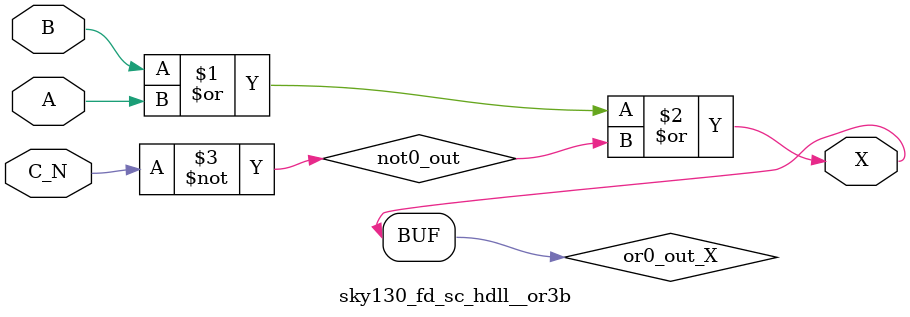
<source format=v>
/*
 * Copyright 2020 The SkyWater PDK Authors
 *
 * Licensed under the Apache License, Version 2.0 (the "License");
 * you may not use this file except in compliance with the License.
 * You may obtain a copy of the License at
 *
 *     https://www.apache.org/licenses/LICENSE-2.0
 *
 * Unless required by applicable law or agreed to in writing, software
 * distributed under the License is distributed on an "AS IS" BASIS,
 * WITHOUT WARRANTIES OR CONDITIONS OF ANY KIND, either express or implied.
 * See the License for the specific language governing permissions and
 * limitations under the License.
 *
 * SPDX-License-Identifier: Apache-2.0
*/


`ifndef SKY130_FD_SC_HDLL__OR3B_FUNCTIONAL_V
`define SKY130_FD_SC_HDLL__OR3B_FUNCTIONAL_V

/**
 * or3b: 3-input OR, first input inverted.
 *
 * Verilog simulation functional model.
 */

`timescale 1ns / 1ps
`default_nettype none

`celldefine
module sky130_fd_sc_hdll__or3b (
    X  ,
    A  ,
    B  ,
    C_N
);

    // Module ports
    output X  ;
    input  A  ;
    input  B  ;
    input  C_N;

    // Local signals
    wire not0_out ;
    wire or0_out_X;

    //  Name  Output     Other arguments
    not not0 (not0_out , C_N            );
    or  or0  (or0_out_X, B, A, not0_out );
    buf buf0 (X        , or0_out_X      );

endmodule
`endcelldefine

`default_nettype wire
`endif  // SKY130_FD_SC_HDLL__OR3B_FUNCTIONAL_V
</source>
